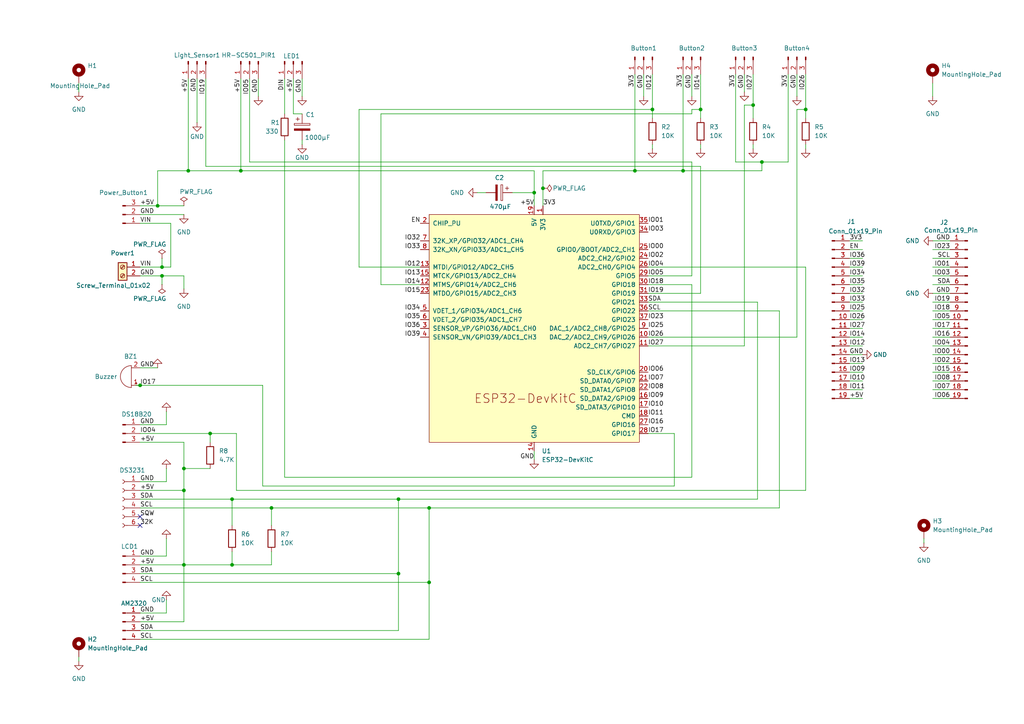
<source format=kicad_sch>
(kicad_sch (version 20231120) (generator "eeschema") (generator_version "8.0")
  (paper "A4")
  (title_block (title "PoolClock") (date "2025-01-28") (rev "1.0.0") (comment 1 "Yves Gaignard"))
  (lib_symbols
    (symbol "Connector:Conn_01x03_Pin" (pin_names (offset 1.016) hide)
      (property "Reference" "J" (at 0 5.08 0))
      (property "Value" "Conn_01x03_Pin" (at 0 -5.08 0))
      (symbol "Conn_01x03_Pin_1_1"
        (polyline (pts (xy 1.27 -2.54) (xy 0.8636 -2.54)) (stroke (width 0.1524)))
        (polyline (pts (xy 1.27 0) (xy 0.8636 0)) (stroke (width 0.1524)))
        (polyline (pts (xy 1.27 2.54) (xy 0.8636 2.54)) (stroke (width 0.1524)))
        (rectangle (start 0.8636 -2.413) (end 0 -2.667) (stroke (width 0.1524)) (fill (type outline)))
        (rectangle (start 0.8636 0.127) (end 0 -0.127) (stroke (width 0.1524)) (fill (type outline)))
        (rectangle (start 0.8636 2.667) (end 0 2.413) (stroke (width 0.1524)) (fill (type outline)))
        (pin passive line (at 5.08 2.54 180) (length 3.81) (name "Pin_1") (number "1"))
        (pin passive line (at 5.08 0 180) (length 3.81) (name "Pin_2") (number "2"))
        (pin passive line (at 5.08 -2.54 180) (length 3.81) (name "Pin_3") (number "3"))
      )
    )
    (symbol "Connector:Conn_01x04_Pin" (pin_names (offset 1.016) hide)
      (property "Reference" "J" (at 0 5.08 0))
      (property "Value" "Conn_01x04_Pin" (at 0 -7.62 0))
      (symbol "Conn_01x04_Pin_1_1"
        (polyline (pts (xy 1.27 -5.08) (xy 0.8636 -5.08)) (stroke (width 0.1524)))
        (polyline (pts (xy 1.27 -2.54) (xy 0.8636 -2.54)) (stroke (width 0.1524)))
        (polyline (pts (xy 1.27 0) (xy 0.8636 0)) (stroke (width 0.1524)))
        (polyline (pts (xy 1.27 2.54) (xy 0.8636 2.54)) (stroke (width 0.1524)))
        (rectangle (start 0.8636 -4.953) (end 0 -5.207) (stroke (width 0.1524)) (fill (type outline)))
        (rectangle (start 0.8636 -2.413) (end 0 -2.667) (stroke (width 0.1524)) (fill (type outline)))
        (rectangle (start 0.8636 0.127) (end 0 -0.127) (stroke (width 0.1524)) (fill (type outline)))
        (rectangle (start 0.8636 2.667) (end 0 2.413) (stroke (width 0.1524)) (fill (type outline)))
        (pin passive line (at 5.08 2.54 180) (length 3.81) (name "Pin_1") (number "1"))
        (pin passive line (at 5.08 0 180) (length 3.81) (name "Pin_2") (number "2"))
        (pin passive line (at 5.08 -2.54 180) (length 3.81) (name "Pin_3") (number "3"))
        (pin passive line (at 5.08 -5.08 180) (length 3.81) (name "Pin_4") (number "4"))
      )
    )
    (symbol "Connector:Conn_01x06_Socket" (pin_names (offset 1.016) hide)
      (property "Reference" "J" (at 0 7.62 0))
      (property "Value" "Conn_01x06_Socket" (at 0 -10.16 0))
      (symbol "Conn_01x06_Socket_1_1"
        (arc (start 0 -7.112) (mid -0.5058 -7.62) (end 0 -8.128) (stroke (width 0.1524)))
        (arc (start 0 -4.572) (mid -0.5058 -5.08) (end 0 -5.588) (stroke (width 0.1524)))
        (arc (start 0 -2.032) (mid -0.5058 -2.54) (end 0 -3.048) (stroke (width 0.1524)))
        (polyline (pts (xy -1.27 -7.62) (xy -0.508 -7.62)) (stroke (width 0.1524)))
        (polyline (pts (xy -1.27 -5.08) (xy -0.508 -5.08)) (stroke (width 0.1524)))
        (polyline (pts (xy -1.27 -2.54) (xy -0.508 -2.54)) (stroke (width 0.1524)))
        (polyline (pts (xy -1.27 0) (xy -0.508 0)) (stroke (width 0.1524)))
        (polyline (pts (xy -1.27 2.54) (xy -0.508 2.54)) (stroke (width 0.1524)))
        (polyline (pts (xy -1.27 5.08) (xy -0.508 5.08)) (stroke (width 0.1524)))
        (arc (start 0 0.508) (mid -0.5058 0) (end 0 -0.508) (stroke (width 0.1524)))
        (arc (start 0 3.048) (mid -0.5058 2.54) (end 0 2.032) (stroke (width 0.1524)))
        (arc (start 0 5.588) (mid -0.5058 5.08) (end 0 4.572) (stroke (width 0.1524)))
        (pin passive line (at -5.08 5.08 0) (length 3.81) (name "Pin_1") (number "1"))
        (pin passive line (at -5.08 2.54 0) (length 3.81) (name "Pin_2") (number "2"))
        (pin passive line (at -5.08 0 0) (length 3.81) (name "Pin_3") (number "3"))
        (pin passive line (at -5.08 -2.54 0) (length 3.81) (name "Pin_4") (number "4"))
        (pin passive line (at -5.08 -5.08 0) (length 3.81) (name "Pin_5") (number "5"))
        (pin passive line (at -5.08 -7.62 0) (length 3.81) (name "Pin_6") (number "6"))
      )
    )
    (symbol "Connector:Conn_01x19_Pin" (pin_names (offset 1.016) hide)
      (property "Reference" "J" (at 0 25.4 0))
      (property "Value" "Conn_01x19_Pin" (at 0 -25.4 0))
      (symbol "Conn_01x19_Pin_1_1"
        (polyline (pts (xy 1.27 -22.86) (xy 0.8636 -22.86)) (stroke (width 0.1524)))
        (polyline (pts (xy 1.27 -20.32) (xy 0.8636 -20.32)) (stroke (width 0.1524)))
        (polyline (pts (xy 1.27 -17.78) (xy 0.8636 -17.78)) (stroke (width 0.1524)))
        (polyline (pts (xy 1.27 -15.24) (xy 0.8636 -15.24)) (stroke (width 0.1524)))
        (polyline (pts (xy 1.27 -12.7) (xy 0.8636 -12.7)) (stroke (width 0.1524)))
        (polyline (pts (xy 1.27 -10.16) (xy 0.8636 -10.16)) (stroke (width 0.1524)))
        (polyline (pts (xy 1.27 -7.62) (xy 0.8636 -7.62)) (stroke (width 0.1524)))
        (polyline (pts (xy 1.27 -5.08) (xy 0.8636 -5.08)) (stroke (width 0.1524)))
        (polyline (pts (xy 1.27 -2.54) (xy 0.8636 -2.54)) (stroke (width 0.1524)))
        (polyline (pts (xy 1.27 0) (xy 0.8636 0)) (stroke (width 0.1524)))
        (polyline (pts (xy 1.27 2.54) (xy 0.8636 2.54)) (stroke (width 0.1524)))
        (polyline (pts (xy 1.27 5.08) (xy 0.8636 5.08)) (stroke (width 0.1524)))
        (polyline (pts (xy 1.27 7.62) (xy 0.8636 7.62)) (stroke (width 0.1524)))
        (polyline (pts (xy 1.27 10.16) (xy 0.8636 10.16)) (stroke (width 0.1524)))
        (polyline (pts (xy 1.27 12.7) (xy 0.8636 12.7)) (stroke (width 0.1524)))
        (polyline (pts (xy 1.27 15.24) (xy 0.8636 15.24)) (stroke (width 0.1524)))
        (polyline (pts (xy 1.27 17.78) (xy 0.8636 17.78)) (stroke (width 0.1524)))
        (polyline (pts (xy 1.27 20.32) (xy 0.8636 20.32)) (stroke (width 0.1524)))
        (polyline (pts (xy 1.27 22.86) (xy 0.8636 22.86)) (stroke (width 0.1524)))
        (rectangle (start 0.8636 -22.733) (end 0 -22.987) (stroke (width 0.1524)) (fill (type outline)))
        (rectangle (start 0.8636 -20.193) (end 0 -20.447) (stroke (width 0.1524)) (fill (type outline)))
        (rectangle (start 0.8636 -17.653) (end 0 -17.907) (stroke (width 0.1524)) (fill (type outline)))
        (rectangle (start 0.8636 -15.113) (end 0 -15.367) (stroke (width 0.1524)) (fill (type outline)))
        (rectangle (start 0.8636 -12.573) (end 0 -12.827) (stroke (width 0.1524)) (fill (type outline)))
        (rectangle (start 0.8636 -10.033) (end 0 -10.287) (stroke (width 0.1524)) (fill (type outline)))
        (rectangle (start 0.8636 -7.493) (end 0 -7.747) (stroke (width 0.1524)) (fill (type outline)))
        (rectangle (start 0.8636 -4.953) (end 0 -5.207) (stroke (width 0.1524)) (fill (type outline)))
        (rectangle (start 0.8636 -2.413) (end 0 -2.667) (stroke (width 0.1524)) (fill (type outline)))
        (rectangle (start 0.8636 0.127) (end 0 -0.127) (stroke (width 0.1524)) (fill (type outline)))
        (rectangle (start 0.8636 2.667) (end 0 2.413) (stroke (width 0.1524)) (fill (type outline)))
        (rectangle (start 0.8636 5.207) (end 0 4.953) (stroke (width 0.1524)) (fill (type outline)))
        (rectangle (start 0.8636 7.747) (end 0 7.493) (stroke (width 0.1524)) (fill (type outline)))
        (rectangle (start 0.8636 10.287) (end 0 10.033) (stroke (width 0.1524)) (fill (type outline)))
        (rectangle (start 0.8636 12.827) (end 0 12.573) (stroke (width 0.1524)) (fill (type outline)))
        (rectangle (start 0.8636 15.367) (end 0 15.113) (stroke (width 0.1524)) (fill (type outline)))
        (rectangle (start 0.8636 17.907) (end 0 17.653) (stroke (width 0.1524)) (fill (type outline)))
        (rectangle (start 0.8636 20.447) (end 0 20.193) (stroke (width 0.1524)) (fill (type outline)))
        (rectangle (start 0.8636 22.987) (end 0 22.733) (stroke (width 0.1524)) (fill (type outline)))
        (pin passive line (at 5.08 22.86 180) (length 3.81) (name "Pin_1") (number "1"))
        (pin passive line (at 5.08 0 180) (length 3.81) (name "Pin_10") (number "10"))
        (pin passive line (at 5.08 -2.54 180) (length 3.81) (name "Pin_11") (number "11"))
        (pin passive line (at 5.08 -5.08 180) (length 3.81) (name "Pin_12") (number "12"))
        (pin passive line (at 5.08 -7.62 180) (length 3.81) (name "Pin_13") (number "13"))
        (pin passive line (at 5.08 -10.16 180) (length 3.81) (name "Pin_14") (number "14"))
        (pin passive line (at 5.08 -12.7 180) (length 3.81) (name "Pin_15") (number "15"))
        (pin passive line (at 5.08 -15.24 180) (length 3.81) (name "Pin_16") (number "16"))
        (pin passive line (at 5.08 -17.78 180) (length 3.81) (name "Pin_17") (number "17"))
        (pin passive line (at 5.08 -20.32 180) (length 3.81) (name "Pin_18") (number "18"))
        (pin passive line (at 5.08 -22.86 180) (length 3.81) (name "Pin_19") (number "19"))
        (pin passive line (at 5.08 20.32 180) (length 3.81) (name "Pin_2") (number "2"))
        (pin passive line (at 5.08 17.78 180) (length 3.81) (name "Pin_3") (number "3"))
        (pin passive line (at 5.08 15.24 180) (length 3.81) (name "Pin_4") (number "4"))
        (pin passive line (at 5.08 12.7 180) (length 3.81) (name "Pin_5") (number "5"))
        (pin passive line (at 5.08 10.16 180) (length 3.81) (name "Pin_6") (number "6"))
        (pin passive line (at 5.08 7.62 180) (length 3.81) (name "Pin_7") (number "7"))
        (pin passive line (at 5.08 5.08 180) (length 3.81) (name "Pin_8") (number "8"))
        (pin passive line (at 5.08 2.54 180) (length 3.81) (name "Pin_9") (number "9"))
      )
    )
    (symbol "Connector:Screw_Terminal_01x02" (pin_names (offset 1.016) hide)
      (property "Reference" "J" (at 0 2.54 0))
      (property "Value" "Screw_Terminal_01x02" (at 0 -5.08 0))
      (symbol "Screw_Terminal_01x02_1_1"
        (rectangle (start -1.27 1.27) (end 1.27 -3.81) (stroke (width 0.254)) (fill (type background)))
        (circle (center 0 -2.54) (radius 0.635) (stroke (width 0.1524)))
        (polyline (pts (xy -0.5334 -2.2098) (xy 0.3302 -3.048)) (stroke (width 0.1524)))
        (polyline (pts (xy -0.5334 0.3302) (xy 0.3302 -0.508)) (stroke (width 0.1524)))
        (polyline (pts (xy -0.3556 -2.032) (xy 0.508 -2.8702)) (stroke (width 0.1524)))
        (polyline (pts (xy -0.3556 0.508) (xy 0.508 -0.3302)) (stroke (width 0.1524)))
        (circle (center 0 0) (radius 0.635) (stroke (width 0.1524)))
        (pin passive line (at -5.08 0 0) (length 3.81) (name "Pin_1") (number "1"))
        (pin passive line (at -5.08 -2.54 0) (length 3.81) (name "Pin_2") (number "2"))
      )
    )
    (symbol "Device:Buzzer" (pin_names (offset 0.0254) hide)
      (property "Reference" "BZ" (at 3.81 1.27 0))
      (property "Value" "Buzzer" (at 3.81 -1.27 0))
      (symbol "Buzzer_0_1"
        (arc (start 0 -3.175) (mid 3.1612 0) (end 0 3.175))
        (polyline (pts (xy -1.651 1.905) (xy -1.143 1.905)))
        (polyline (pts (xy -1.397 2.159) (xy -1.397 1.651)))
        (polyline (pts (xy 0 3.175) (xy 0 -3.175)))
      )
      (symbol "Buzzer_1_1"
        (pin passive line (at -2.54 2.54 0) (length 2.54) (name "+") (number "1"))
        (pin passive line (at -2.54 -2.54 0) (length 2.54) (name "-") (number "2"))
      )
    )
    (symbol "Device:C_Polarized" (pin_numbers hide) (pin_names (offset 0.254))
      (property "Reference" "C" (at 0.635 2.54 0))
      (property "Value" "C_Polarized" (at 0.635 -2.54 0))
      (symbol "C_Polarized_0_1"
        (rectangle (start -2.286 0.508) (end 2.286 1.016))
        (polyline (pts (xy -1.778 2.286) (xy -0.762 2.286)))
        (polyline (pts (xy -1.27 2.794) (xy -1.27 1.778)))
        (rectangle (start 2.286 -0.508) (end -2.286 -1.016) (fill (type outline)))
      )
      (symbol "C_Polarized_1_1"
        (pin passive line (at 0 3.81 270) (length 2.794) (name "~") (number "1"))
        (pin passive line (at 0 -3.81 90) (length 2.794) (name "~") (number "2"))
      )
    )
    (symbol "Device:R" (pin_numbers hide) (pin_names (offset 0))
      (property "Reference" "R" (at 2.032 0 90))
      (property "Value" "R" (at 0 0 90))
      (symbol "R_0_1"
        (rectangle (start -1.016 -2.54) (end 1.016 2.54) (stroke (width 0.254)))
      )
      (symbol "R_1_1"
        (pin passive line (at 0 3.81 270) (length 1.27) (name "~") (number "1"))
        (pin passive line (at 0 -3.81 90) (length 1.27) (name "~") (number "2"))
      )
    )
    (symbol "Mechanical:MountingHole_Pad" (pin_numbers hide) (pin_names (offset 1.016) hide) (exclude_from_sim yes) (in_bom no)
      (property "Reference" "H" (at 0 6.35 0))
      (property "Value" "MountingHole_Pad" (at 0 4.445 0))
      (symbol "MountingHole_Pad_0_1"
        (circle (center 0 1.27) (radius 1.27) (stroke (width 1.27)))
      )
      (symbol "MountingHole_Pad_1_1"
        (pin input line (at 0 -2.54 90) (length 2.54) (name "1") (number "1"))
      )
    )
    (symbol "PCM_Espressif:ESP32-DevKitC" (pin_names (offset 1.016))
      (property "Reference" "U" (at -30.48 38.1 0))
      (property "Value" "ESP32-DevKitC" (at -30.48 35.56 0))
      (symbol "ESP32-DevKitC_0_0"
        (text "ESP32-DevKitC" (at -2.54 -20.32 0) (effects (font (size 2.54 2.54))))
        (pin power_in line (at 0 -35.56 90) (length 2.54) (name "GND") (number "14"))
        (pin power_in line (at 0 35.56 270) (length 2.54) (name "5V") (number "19"))
      )
      (symbol "ESP32-DevKitC_0_1"
        (rectangle (start -30.48 33.02) (end 30.48 -33.02) (fill (type background)))
      )
      (symbol "ESP32-DevKitC_1_1"
        (pin power_in line (at 2.54 35.56 270) (length 2.54) (name "3V3") (number "1"))
        (pin bidirectional line (at 33.02 -2.54 180) (length 2.54) (name "DAC_2/ADC2_CH9/GPIO26") (number "10"))
        (pin bidirectional line (at 33.02 -5.08 180) (length 2.54) (name "ADC2_CH7/GPIO27") (number "11"))
        (pin bidirectional line (at -33.02 12.7 0) (length 2.54) (name "MTMS/GPIO14/ADC2_CH6") (number "12"))
        (pin bidirectional line (at -33.02 17.78 0) (length 2.54) (name "MTDI/GPIO12/ADC2_CH5") (number "13"))
        (pin bidirectional line (at -33.02 15.24 0) (length 2.54) (name "MTCK/GPIO13/ADC2_CH4") (number "15"))
        (pin bidirectional line (at 33.02 -20.32 180) (length 2.54) (name "SD_DATA2/GPIO9") (number "16"))
        (pin bidirectional line (at 33.02 -22.86 180) (length 2.54) (name "SD_DATA3/GPIO10") (number "17"))
        (pin bidirectional line (at 33.02 -25.4 180) (length 2.54) (name "CMD") (number "18"))
        (pin input line (at -33.02 30.48 0) (length 2.54) (name "CHIP_PU") (number "2"))
        (pin bidirectional line (at 33.02 -12.7 180) (length 2.54) (name "SD_CLK/GPIO6") (number "20"))
        (pin bidirectional line (at 33.02 -15.24 180) (length 2.54) (name "SD_DATA0/GPIO7") (number "21"))
        (pin bidirectional line (at 33.02 -17.78 180) (length 2.54) (name "SD_DATA1/GPIO8") (number "22"))
        (pin bidirectional line (at -33.02 10.16 0) (length 2.54) (name "MTDO/GPIO15/ADC2_CH3") (number "23"))
        (pin bidirectional line (at 33.02 20.32 180) (length 2.54) (name "ADC2_CH2/GPIO2") (number "24"))
        (pin bidirectional line (at 33.02 22.86 180) (length 2.54) (name "GPIO0/BOOT/ADC2_CH1") (number "25"))
        (pin bidirectional line (at 33.02 17.78 180) (length 2.54) (name "ADC2_CH0/GPIO4") (number "26"))
        (pin bidirectional line (at 33.02 -27.94 180) (length 2.54) (name "GPIO16") (number "27"))
        (pin bidirectional line (at 33.02 -30.48 180) (length 2.54) (name "GPIO17") (number "28"))
        (pin bidirectional line (at 33.02 15.24 180) (length 2.54) (name "GPIO5") (number "29"))
        (pin input line (at -33.02 0 0) (length 2.54) (name "SENSOR_VP/GPIO36/ADC1_CH0") (number "3"))
        (pin bidirectional line (at 33.02 12.7 180) (length 2.54) (name "GPIO18") (number "30"))
        (pin bidirectional line (at 33.02 10.16 180) (length 2.54) (name "GPIO19") (number "31"))
        (pin passive line (at 0 -35.56 90) (length 2.54) hide (name "GND") (number "32"))
        (pin bidirectional line (at 33.02 7.62 180) (length 2.54) (name "GPIO21") (number "33"))
        (pin bidirectional line (at 33.02 27.94 180) (length 2.54) (name "U0RXD/GPIO3") (number "34"))
        (pin bidirectional line (at 33.02 30.48 180) (length 2.54) (name "U0TXD/GPIO1") (number "35"))
        (pin bidirectional line (at 33.02 5.08 180) (length 2.54) (name "GPIO22") (number "36"))
        (pin bidirectional line (at 33.02 2.54 180) (length 2.54) (name "GPIO23") (number "37"))
        (pin passive line (at 0 -35.56 90) (length 2.54) hide (name "GND") (number "38"))
        (pin input line (at -33.02 -2.54 0) (length 2.54) (name "SENSOR_VN/GPIO39/ADC1_CH3") (number "4"))
        (pin input line (at -33.02 5.08 0) (length 2.54) (name "VDET_1/GPIO34/ADC1_CH6") (number "5"))
        (pin input line (at -33.02 2.54 0) (length 2.54) (name "VDET_2/GPIO35/ADC1_CH7") (number "6"))
        (pin bidirectional line (at -33.02 25.4 0) (length 2.54) (name "32K_XP/GPIO32/ADC1_CH4") (number "7"))
        (pin bidirectional line (at -33.02 22.86 0) (length 2.54) (name "32K_XN/GPIO33/ADC1_CH5") (number "8"))
        (pin bidirectional line (at 33.02 0 180) (length 2.54) (name "DAC_1/ADC2_CH8/GPIO25") (number "9"))
      )
    )
    (symbol "power:GND" (power) (pin_numbers hide) (pin_names (offset 0) hide)
      (property "Value" "GND" (at 0 -3.81 0))
      (symbol "GND_0_1"
        (polyline (pts (xy 0 0) (xy 0 -1.27) (xy 1.27 -1.27) (xy 0 -2.54) (xy -1.27 -1.27) (xy 0 -1.27)))
      )
      (symbol "GND_1_1"
        (pin power_in line (at 0 0 270) (length 0) (name "~") (number "1"))
      )
    )
    (symbol "power:PWR_FLAG" (power) (pin_numbers hide) (pin_names (offset 0) hide)
      (property "Value" "PWR_FLAG" (at 0 3.81 0))
      (symbol "PWR_FLAG_0_0"
        (pin power_out line (at 0 0 90) (length 0) (name "~") (number "1"))
      )
      (symbol "PWR_FLAG_0_1"
        (polyline (pts (xy 0 0) (xy 0 1.27) (xy -1.016 1.905) (xy 0 2.54) (xy 1.016 1.905) (xy 0 1.27)))
      )
    )
  )
  (junction (at 60.96 125.73))
  (junction (at 115.57 144.78))
  (junction (at 157.48 54.61))
  (junction (at 69.85 49.53))
  (junction (at 45.72 59.69))
  (junction (at 78.74 147.32))
  (junction (at 220.98 46.99))
  (junction (at 198.12 49.53))
  (junction (at 124.46 147.32))
  (junction (at 40.64 111.76))
  (junction (at 218.44 30.48))
  (junction (at 67.31 144.78))
  (junction (at 53.34 142.24))
  (junction (at 184.15 49.53))
  (junction (at 46.99 80.01))
  (junction (at 115.57 166.37))
  (junction (at 203.2 31.75))
  (junction (at 46.99 77.47))
  (junction (at 53.34 135.89))
  (junction (at 67.31 163.83))
  (junction (at 189.23 31.75))
  (junction (at 233.68 31.75))
  (junction (at 124.46 168.91))
  (junction (at 54.61 49.53))
  (junction (at 53.34 163.83))
  (junction (at 154.94 55.88))
  (no_connect (at 40.64 152.4))
  (no_connect (at 40.64 149.86))
  (wire (pts (xy 213.36 21.59) (xy 213.36 46.99)))
  (wire (pts (xy 78.74 147.32) (xy 78.74 152.4)))
  (wire (pts (xy 215.9 30.48) (xy 215.9 100.33)))
  (wire (pts (xy 270.51 100.33) (xy 275.59 100.33)))
  (wire (pts (xy 195.58 140.97) (xy 76.2 140.97)))
  (wire (pts (xy 60.96 128.27) (xy 60.96 125.73)))
  (wire (pts (xy 67.31 163.83) (xy 78.74 163.83)))
  (wire (pts (xy 184.15 21.59) (xy 184.15 49.53)))
  (wire (pts (xy 40.64 80.01) (xy 46.99 80.01)))
  (wire (pts (xy 48.26 156.21) (xy 48.26 161.29)))
  (wire (pts (xy 124.46 147.32) (xy 124.46 168.91)))
  (wire (pts (xy 115.57 144.78) (xy 219.71 144.78)))
  (wire (pts (xy 270.51 110.49) (xy 275.59 110.49)))
  (wire (pts (xy 246.38 102.87) (xy 250.19 102.87)))
  (wire (pts (xy 40.64 111.76) (xy 76.2 111.76)))
  (wire (pts (xy 53.34 135.89) (xy 60.96 135.89)))
  (wire (pts (xy 189.23 34.29) (xy 189.23 31.75)))
  (wire (pts (xy 48.26 173.99) (xy 48.26 177.8)))
  (wire (pts (xy 270.51 69.85) (xy 275.59 69.85)))
  (wire (pts (xy 45.72 49.53) (xy 54.61 49.53)))
  (wire (pts (xy 72.39 22.86) (xy 72.39 46.99)))
  (wire (pts (xy 215.9 30.48) (xy 218.44 30.48)))
  (wire (pts (xy 87.63 41.91) (xy 87.63 40.64)))
  (wire (pts (xy 67.31 163.83) (xy 67.31 160.02)))
  (wire (pts (xy 67.31 144.78) (xy 67.31 152.4)))
  (wire (pts (xy 60.96 125.73) (xy 68.58 125.73)))
  (wire (pts (xy 246.38 90.17) (xy 250.19 90.17)))
  (wire (pts (xy 187.96 77.47) (xy 233.68 77.47)))
  (wire (pts (xy 270.51 90.17) (xy 275.59 90.17)))
  (wire (pts (xy 246.38 82.55) (xy 250.19 82.55)))
  (wire (pts (xy 200.66 46.99) (xy 200.66 80.01)))
  (wire (pts (xy 231.14 31.75) (xy 231.14 97.79)))
  (wire (pts (xy 85.09 22.86) (xy 85.09 33.02)))
  (wire (pts (xy 154.94 49.53) (xy 154.94 55.88)))
  (wire (pts (xy 270.51 107.95) (xy 275.59 107.95)))
  (wire (pts (xy 138.43 55.88) (xy 140.97 55.88)))
  (wire (pts (xy 246.38 95.25) (xy 250.19 95.25)))
  (wire (pts (xy 267.97 156.21) (xy 267.97 157.48)))
  (wire (pts (xy 203.2 21.59) (xy 203.2 31.75)))
  (wire (pts (xy 200.66 138.43) (xy 82.55 138.43)))
  (wire (pts (xy 87.63 22.86) (xy 87.63 27.94)))
  (wire (pts (xy 246.38 74.93) (xy 250.19 74.93)))
  (wire (pts (xy 49.53 64.77) (xy 40.64 64.77)))
  (wire (pts (xy 69.85 22.86) (xy 69.85 49.53)))
  (wire (pts (xy 72.39 46.99) (xy 200.66 46.99)))
  (wire (pts (xy 246.38 107.95) (xy 250.19 107.95)))
  (wire (pts (xy 124.46 168.91) (xy 124.46 185.42)))
  (wire (pts (xy 74.93 27.94) (xy 74.93 22.86)))
  (wire (pts (xy 49.53 64.77) (xy 49.53 77.47)))
  (wire (pts (xy 233.68 77.47) (xy 233.68 142.24)))
  (wire (pts (xy 189.23 21.59) (xy 189.23 31.75)))
  (wire (pts (xy 246.38 80.01) (xy 250.19 80.01)))
  (wire (pts (xy 85.09 33.02) (xy 87.63 33.02)))
  (wire (pts (xy 246.38 110.49) (xy 250.19 110.49)))
  (wire (pts (xy 46.99 80.01) (xy 53.34 80.01)))
  (wire (pts (xy 187.96 97.79) (xy 231.14 97.79)))
  (wire (pts (xy 200.66 82.55) (xy 200.66 138.43)))
  (wire (pts (xy 233.68 31.75) (xy 233.68 34.29)))
  (wire (pts (xy 48.26 135.89) (xy 48.26 139.7)))
  (wire (pts (xy 49.53 77.47) (xy 46.99 77.47)))
  (wire (pts (xy 40.64 166.37) (xy 115.57 166.37)))
  (wire (pts (xy 231.14 21.59) (xy 231.14 27.94)))
  (wire (pts (xy 218.44 30.48) (xy 218.44 34.29)))
  (wire (pts (xy 200.66 33.02) (xy 110.49 33.02)))
  (wire (pts (xy 40.64 59.69) (xy 45.72 59.69)))
  (wire (pts (xy 270.51 92.71) (xy 275.59 92.71)))
  (wire (pts (xy 246.38 100.33) (xy 250.19 100.33)))
  (wire (pts (xy 270.51 82.55) (xy 275.59 82.55)))
  (wire (pts (xy 203.2 85.09) (xy 187.96 85.09)))
  (wire (pts (xy 246.38 85.09) (xy 250.19 85.09)))
  (wire (pts (xy 40.64 142.24) (xy 53.34 142.24)))
  (wire (pts (xy 154.94 55.88) (xy 154.94 59.69)))
  (wire (pts (xy 157.48 49.53) (xy 184.15 49.53)))
  (wire (pts (xy 68.58 142.24) (xy 233.68 142.24)))
  (wire (pts (xy 198.12 49.53) (xy 220.98 49.53)))
  (wire (pts (xy 115.57 166.37) (xy 115.57 182.88)))
  (wire (pts (xy 246.38 115.57) (xy 250.19 115.57)))
  (wire (pts (xy 198.12 21.59) (xy 198.12 49.53)))
  (wire (pts (xy 200.66 82.55) (xy 187.96 82.55)))
  (wire (pts (xy 215.9 21.59) (xy 215.9 26.67)))
  (wire (pts (xy 219.71 87.63) (xy 187.96 87.63)))
  (wire (pts (xy 40.64 168.91) (xy 124.46 168.91)))
  (wire (pts (xy 53.34 128.27) (xy 53.34 135.89)))
  (wire (pts (xy 200.66 21.59) (xy 200.66 27.94)))
  (wire (pts (xy 246.38 87.63) (xy 250.19 87.63)))
  (wire (pts (xy 76.2 140.97) (xy 76.2 111.76)))
  (wire (pts (xy 270.51 74.93) (xy 275.59 74.93)))
  (wire (pts (xy 40.64 147.32) (xy 78.74 147.32)))
  (wire (pts (xy 40.64 125.73) (xy 60.96 125.73)))
  (wire (pts (xy 157.48 54.61) (xy 157.48 59.69)))
  (wire (pts (xy 270.51 115.57) (xy 275.59 115.57)))
  (wire (pts (xy 104.14 31.75) (xy 104.14 77.47)))
  (wire (pts (xy 78.74 147.32) (xy 124.46 147.32)))
  (wire (pts (xy 233.68 43.18) (xy 233.68 41.91)))
  (wire (pts (xy 186.69 21.59) (xy 186.69 27.94)))
  (wire (pts (xy 218.44 41.91) (xy 218.44 43.18)))
  (wire (pts (xy 270.51 105.41) (xy 275.59 105.41)))
  (wire (pts (xy 40.64 123.19) (xy 48.26 123.19)))
  (wire (pts (xy 45.72 49.53) (xy 45.72 59.69)))
  (wire (pts (xy 220.98 49.53) (xy 220.98 46.99)))
  (wire (pts (xy 228.6 46.99) (xy 220.98 46.99)))
  (wire (pts (xy 148.59 55.88) (xy 154.94 55.88)))
  (wire (pts (xy 154.94 133.35) (xy 154.94 130.81)))
  (wire (pts (xy 187.96 125.73) (xy 195.58 125.73)))
  (wire (pts (xy 46.99 82.55) (xy 46.99 80.01)))
  (wire (pts (xy 59.69 48.26) (xy 203.2 48.26)))
  (wire (pts (xy 246.38 113.03) (xy 250.19 113.03)))
  (wire (pts (xy 53.34 62.23) (xy 40.64 62.23)))
  (wire (pts (xy 40.64 144.78) (xy 67.31 144.78)))
  (wire (pts (xy 187.96 100.33) (xy 215.9 100.33)))
  (wire (pts (xy 115.57 144.78) (xy 115.57 166.37)))
  (wire (pts (xy 40.64 128.27) (xy 53.34 128.27)))
  (wire (pts (xy 233.68 21.59) (xy 233.68 31.75)))
  (wire (pts (xy 124.46 147.32) (xy 226.06 147.32)))
  (wire (pts (xy 270.51 85.09) (xy 275.59 85.09)))
  (wire (pts (xy 48.26 177.8) (xy 40.64 177.8)))
  (wire (pts (xy 22.86 24.13) (xy 22.86 26.67)))
  (wire (pts (xy 53.34 180.34) (xy 40.64 180.34)))
  (wire (pts (xy 53.34 163.83) (xy 67.31 163.83)))
  (wire (pts (xy 203.2 41.91) (xy 203.2 43.18)))
  (wire (pts (xy 270.51 87.63) (xy 275.59 87.63)))
  (wire (pts (xy 57.15 22.86) (xy 57.15 35.56)))
  (wire (pts (xy 40.64 185.42) (xy 124.46 185.42)))
  (wire (pts (xy 189.23 41.91) (xy 189.23 43.18)))
  (wire (pts (xy 45.72 59.69) (xy 53.34 59.69)))
  (wire (pts (xy 226.06 90.17) (xy 187.96 90.17)))
  (wire (pts (xy 40.64 106.68) (xy 45.72 106.68)))
  (wire (pts (xy 184.15 49.53) (xy 198.12 49.53)))
  (wire (pts (xy 246.38 72.39) (xy 250.19 72.39)))
  (wire (pts (xy 226.06 147.32) (xy 226.06 90.17)))
  (wire (pts (xy 39.37 111.76) (xy 40.64 111.76)))
  (wire (pts (xy 231.14 31.75) (xy 233.68 31.75)))
  (wire (pts (xy 200.66 31.75) (xy 203.2 31.75)))
  (wire (pts (xy 110.49 82.55) (xy 121.92 82.55)))
  (wire (pts (xy 246.38 92.71) (xy 250.19 92.71)))
  (wire (pts (xy 270.51 97.79) (xy 275.59 97.79)))
  (wire (pts (xy 246.38 105.41) (xy 250.19 105.41)))
  (wire (pts (xy 115.57 182.88) (xy 40.64 182.88)))
  (wire (pts (xy 157.48 49.53) (xy 157.48 54.61)))
  (wire (pts (xy 270.51 80.01) (xy 275.59 80.01)))
  (wire (pts (xy 219.71 144.78) (xy 219.71 87.63)))
  (wire (pts (xy 53.34 80.01) (xy 53.34 83.82)))
  (wire (pts (xy 48.26 119.38) (xy 48.26 123.19)))
  (wire (pts (xy 200.66 31.75) (xy 200.66 33.02)))
  (wire (pts (xy 270.51 77.47) (xy 275.59 77.47)))
  (wire (pts (xy 54.61 22.86) (xy 54.61 49.53)))
  (wire (pts (xy 46.99 74.93) (xy 46.99 77.47)))
  (wire (pts (xy 270.51 24.13) (xy 270.51 27.94)))
  (wire (pts (xy 270.51 95.25) (xy 275.59 95.25)))
  (wire (pts (xy 246.38 77.47) (xy 250.19 77.47)))
  (wire (pts (xy 40.64 163.83) (xy 53.34 163.83)))
  (wire (pts (xy 40.64 77.47) (xy 46.99 77.47)))
  (wire (pts (xy 82.55 40.64) (xy 82.55 138.43)))
  (wire (pts (xy 218.44 21.59) (xy 218.44 30.48)))
  (wire (pts (xy 69.85 49.53) (xy 154.94 49.53)))
  (wire (pts (xy 53.34 135.89) (xy 53.34 142.24)))
  (wire (pts (xy 228.6 21.59) (xy 228.6 46.99)))
  (wire (pts (xy 104.14 77.47) (xy 121.92 77.47)))
  (wire (pts (xy 48.26 161.29) (xy 40.64 161.29)))
  (wire (pts (xy 203.2 34.29) (xy 203.2 31.75)))
  (wire (pts (xy 270.51 113.03) (xy 275.59 113.03)))
  (wire (pts (xy 82.55 22.86) (xy 82.55 33.02)))
  (wire (pts (xy 53.34 163.83) (xy 53.34 180.34)))
  (wire (pts (xy 195.58 125.73) (xy 195.58 140.97)))
  (wire (pts (xy 40.64 139.7) (xy 48.26 139.7)))
  (wire (pts (xy 59.69 22.86) (xy 59.69 48.26)))
  (wire (pts (xy 270.51 72.39) (xy 275.59 72.39)))
  (wire (pts (xy 246.38 69.85) (xy 250.19 69.85)))
  (wire (pts (xy 270.51 102.87) (xy 275.59 102.87)))
  (wire (pts (xy 67.31 144.78) (xy 115.57 144.78)))
  (wire (pts (xy 203.2 48.26) (xy 203.2 85.09)))
  (wire (pts (xy 22.86 190.5) (xy 22.86 191.77)))
  (wire (pts (xy 54.61 49.53) (xy 69.85 49.53)))
  (wire (pts (xy 68.58 125.73) (xy 68.58 142.24)))
  (wire (pts (xy 78.74 160.02) (xy 78.74 163.83)))
  (wire (pts (xy 110.49 33.02) (xy 110.49 82.55)))
  (wire (pts (xy 246.38 97.79) (xy 250.19 97.79)))
  (wire (pts (xy 187.96 80.01) (xy 200.66 80.01)))
  (wire (pts (xy 213.36 46.99) (xy 220.98 46.99)))
  (wire (pts (xy 104.14 31.75) (xy 189.23 31.75)))
  (wire (pts (xy 53.34 142.24) (xy 53.34 163.83)))
  (label "IO02" (at 187.96 74.93 0))
  (label "+5V" (at 40.64 59.69 0))
  (label "IO11" (at 187.96 120.65 0))
  (label "GND" (at 40.64 161.29 0))
  (label "IO32" (at 121.92 69.85 180))
  (label "IO34" (at 246.38 80.01 0))
  (label "IO19" (at 59.69 22.86 270))
  (label "VIN" (at 40.64 64.77 0))
  (label "EN" (at 246.38 72.39 0))
  (label "IO34" (at 121.92 90.17 180))
  (label "IO17" (at 40.64 111.76 0))
  (label "3V3" (at 157.48 59.69 0))
  (label "IO27" (at 246.38 95.25 0))
  (label "IO09" (at 187.96 115.57 0))
  (label "GND" (at 275.59 69.85 180))
  (label "IO12" (at 189.23 21.59 270))
  (label "IO19" (at 275.59 87.63 180))
  (label "GND" (at 275.59 85.09 180))
  (label "VIN" (at 40.64 77.47 0))
  (label "+5V" (at 154.94 59.69 180))
  (label "IO32" (at 246.38 85.09 0))
  (label "IO12" (at 246.38 100.33 0))
  (label "IO05" (at 187.96 80.01 0))
  (label "SDA" (at 187.96 87.63 0))
  (label "IO04" (at 275.59 100.33 180))
  (label "IO36" (at 121.92 95.25 180))
  (label "EN" (at 121.92 64.77 180))
  (label "IO10" (at 246.38 110.49 0))
  (label "SDA" (at 40.64 144.78 0))
  (label "IO05" (at 72.39 22.86 270))
  (label "IO19" (at 187.96 85.09 0))
  (label "IO09" (at 246.38 107.95 0))
  (label "GND" (at 40.64 177.8 0))
  (label "GND" (at 231.14 21.59 270))
  (label "IO23" (at 275.59 72.39 180))
  (label "+5V" (at 40.64 142.24 0))
  (label "IO15" (at 275.59 107.95 180))
  (label "IO03" (at 187.96 67.31 0))
  (label "IO39" (at 121.92 97.79 180))
  (label "IO35" (at 121.92 92.71 180))
  (label "IO33" (at 246.38 87.63 0))
  (label "IO03" (at 275.59 80.01 180))
  (label "IO26" (at 233.68 21.59 270))
  (label "GND" (at 215.9 21.59 270))
  (label "GND" (at 200.66 21.59 270))
  (label "IO02" (at 275.59 105.41 180))
  (label "3V3" (at 184.15 21.59 270))
  (label "GND" (at 87.63 22.86 270))
  (label "3V3" (at 213.36 21.59 270))
  (label "IO25" (at 246.38 90.17 0))
  (label "32K" (at 40.64 152.4 0))
  (label "GND" (at 40.64 123.19 0))
  (label "SCL" (at 40.64 185.42 0))
  (label "GND" (at 154.94 133.35 180))
  (label "IO13" (at 246.38 105.41 0))
  (label "SCL" (at 40.64 168.91 0))
  (label "DIN" (at 82.55 22.86 270))
  (label "IO10" (at 187.96 118.11 0))
  (label "SCL" (at 275.59 74.93 180))
  (label "3V3" (at 198.12 21.59 270))
  (label "SDA" (at 40.64 182.88 0))
  (label "3V3" (at 246.38 69.85 0))
  (label "IO05" (at 275.59 92.71 180))
  (label "GND" (at 40.64 62.23 0))
  (label "SQW" (at 40.64 149.86 0))
  (label "IO27" (at 187.96 100.33 0))
  (label "GND" (at 74.93 22.86 270))
  (label "+5V" (at 54.61 22.86 270))
  (label "GND" (at 57.15 26.67 90))
  (label "IO00" (at 275.59 102.87 180))
  (label "IO11" (at 246.38 113.03 0))
  (label "IO12" (at 121.92 77.47 180))
  (label "IO13" (at 121.92 80.01 180))
  (label "IO26" (at 187.96 97.79 0))
  (label "GND" (at 186.69 21.59 270))
  (label "IO06" (at 187.96 107.95 0))
  (label "IO00" (at 187.96 72.39 0))
  (label "IO25" (at 187.96 95.25 0))
  (label "IO18" (at 187.96 82.55 0))
  (label "IO14" (at 246.38 97.79 0))
  (label "IO36" (at 246.38 74.93 0))
  (label "IO08" (at 187.96 113.03 0))
  (label "IO16" (at 187.96 123.19 0))
  (label "IO39" (at 246.38 77.47 0))
  (label "3V3" (at 228.6 21.59 270))
  (label "IO35" (at 246.38 82.55 0))
  (label "GND" (at 40.64 106.68 0))
  (label "IO23" (at 187.96 92.71 0))
  (label "GND" (at 40.64 80.01 0))
  (label "IO15" (at 121.92 85.09 180))
  (label "IO18" (at 275.59 90.17 180))
  (label "IO14" (at 203.2 21.59 270))
  (label "IO08" (at 275.59 110.49 180))
  (label "IO33" (at 121.92 72.39 180))
  (label "SCL" (at 40.64 147.32 0))
  (label "+5V" (at 246.38 115.57 0))
  (label "GND" (at 40.64 139.7 0))
  (label "+5V" (at 40.64 128.27 0))
  (label "IO17" (at 187.96 125.73 0))
  (label "+5V" (at 40.64 163.83 0))
  (label "SDA" (at 40.64 166.37 0))
  (label "IO16" (at 275.59 97.79 180))
  (label "+5V" (at 69.85 22.86 270))
  (label "IO27" (at 218.44 21.59 270))
  (label "IO06" (at 275.59 115.57 180))
  (label "SCL" (at 187.96 90.17 0))
  (label "IO26" (at 246.38 92.71 0))
  (label "IO04" (at 40.64 125.73 0))
  (label "IO01" (at 275.59 77.47 180))
  (label "SDA" (at 275.59 82.55 180))
  (label "IO07" (at 275.59 113.03 180))
  (label "+5V" (at 40.64 180.34 0))
  (label "+5V" (at 85.09 22.86 270))
  (label "IO07" (at 187.96 110.49 0))
  (label "IO04" (at 187.96 77.47 0))
  (label "GND" (at 246.38 102.87 0))
  (label "IO01" (at 187.96 64.77 0))
  (label "IO17" (at 275.59 95.25 180))
  (label "IO14" (at 121.92 82.55 180))
  (symbol (lib_id "Device:R") (at 67.31 156.21 0) (unit 1)
    (property "Reference" "R6" (at 69.85 154.9399 0) (effects (justify left)))
    (property "Value" "10K" (at 69.85 157.4799 0) (effects (justify left)))
    (property "Footprint" "Resistor_THT:R_Axial_DIN0207_L6.3mm_D2.5mm_P7.62mm_Horizontal" (effects (hide yes)))
    (property "Description" "Resistor" (effects (hide yes)))
  )
  (symbol (lib_id "Device:R") (at 78.74 156.21 0) (unit 1)
    (property "Reference" "R7" (at 81.28 154.9399 0) (effects (justify left)))
    (property "Value" "10K" (at 81.28 157.4799 0) (effects (justify left)))
    (property "Footprint" "Resistor_THT:R_Axial_DIN0207_L6.3mm_D2.5mm_P7.62mm_Horizontal" (effects (hide yes)))
    (property "Description" "Resistor" (effects (hide yes)))
  )
  (symbol (lib_id "power:GND") (at 22.86 26.67 0) (unit 1)
    (property "Reference" "#PWR023" (effects (hide yes)))
    (property "Value" "GND" (at 22.86 31.75 0))
    (property "Description" "Power symbol creates a global label with name \"GND\" , ground" (effects (hide yes)))
  )
  (symbol (lib_id "Connector:Conn_01x03_Pin") (at 85.09 17.78 90) (mirror x) (unit 1)
    (property "Reference" "LED1" (at 84.582 16.256 90))
    (property "Value" "Conn_01x03_Pin" (effects (hide yes)))
    (property "Footprint" "Connector_JST:JST_EH_B3B-EH-A_1x03_P2.50mm_Vertical" (effects (hide yes)))
    (property "Description" "Generic connector, single row, 01x03, script generated" (effects (hide yes)))
  )
  (symbol (lib_id "PCM_Espressif:ESP32-DevKitC") (at 154.94 95.25 0) (unit 1)
    (property "Reference" "U1" (at 157.1341 130.81 0) (effects (justify left)))
    (property "Value" "ESP32-DevKitC" (at 157.1341 133.35 0) (effects (justify left)))
    (property "Footprint" "PCM_Espressif:ESP32-DevKitC" (effects (hide yes)))
    (property "Datasheet" "https://docs.espressif.com/projects/esp-idf/zh_CN/latest/esp32/hw-reference/esp32/get-started-devkitc.html" (effects (hide yes)))
    (property "Description" "Development Kit" (effects (hide yes)))
  )
  (symbol (lib_id "Connector:Conn_01x03_Pin") (at 72.39 17.78 90) (mirror x) (unit 1)
    (property "Reference" "HR-SC501_PIR1" (at 72.136 16.002 90))
    (property "Value" "Conn_01x03_Pin" (effects (hide yes)))
    (property "Footprint" "Connector_JST:JST_EH_B3B-EH-A_1x03_P2.50mm_Vertical" (effects (hide yes)))
    (property "Description" "Generic connector, single row, 01x03, script generated" (effects (hide yes)))
  )
  (symbol (lib_id "power:GND") (at 48.26 156.21 0) (mirror x) (unit 1)
    (property "Reference" "#PWR011" (effects (hide yes)))
    (property "Value" "GND" (effects (hide yes)))
    (property "Description" "Power symbol creates a global label with name \"GND\" , ground" (effects (hide yes)))
  )
  (symbol (lib_id "power:GND") (at 189.23 43.18 0) (unit 1)
    (property "Reference" "#PWR05" (effects (hide yes)))
    (property "Value" "GND" (effects (hide yes)))
    (property "Description" "Power symbol creates a global label with name \"GND\" , ground" (effects (hide yes)))
  )
  (symbol (lib_id "Connector:Conn_01x04_Pin") (at 35.56 163.83 0) (unit 1)
    (property "Reference" "LCD1" (at 37.592 158.496 0))
    (property "Value" "Conn_01x04_Pin" (effects (hide yes)))
    (property "Footprint" "Connector_JST:JST_EH_B4B-EH-A_1x04_P2.50mm_Vertical" (effects (hide yes)))
    (property "Description" "Generic connector, single row, 01x04, script generated" (effects (hide yes)))
  )
  (symbol (lib_id "Device:C_Polarized") (at 87.63 36.83 0) (unit 1)
    (property "Reference" "C1" (at 88.646 33.274 0) (effects (justify left)))
    (property "Value" "1000µF" (at 88.392 39.878 0) (effects (justify left)))
    (property "Footprint" "Capacitor_THT:C_Radial_D10.0mm_H16.0mm_P5.00mm" (effects (hide yes)))
    (property "Description" "Polarized capacitor" (effects (hide yes)))
  )
  (symbol (lib_id "Mechanical:MountingHole_Pad") (at 22.86 21.59 0) (unit 1) (exclude_from_sim yes) (in_bom no)
    (property "Reference" "H1" (at 25.4 19.0499 0) (effects (justify left)))
    (property "Value" "MountingHole_Pad" (at 14.478 24.892 0) (effects (justify left)))
    (property "Footprint" "MountingHole:MountingHole_3.2mm_M3_DIN965_Pad" (effects (hide yes)))
    (property "Description" "Mounting Hole with connection" (effects (hide yes)))
  )
  (symbol (lib_id "power:GND") (at 48.26 135.89 0) (mirror x) (unit 1)
    (property "Reference" "#PWR025" (effects (hide yes)))
    (property "Value" "GND" (effects (hide yes)))
    (property "Description" "Power symbol creates a global label with name \"GND\" , ground" (effects (hide yes)))
  )
  (symbol (lib_id "Device:Buzzer") (at 38.1 109.22 180) (unit 1)
    (property "Reference" "BZ1" (at 39.878 103.378 0) (effects (justify left)))
    (property "Value" "Buzzer" (at 34.036 109.22 0) (effects (justify left)))
    (property "Footprint" "Connector_JST:JST_EH_B2B-EH-A_1x02_P2.50mm_Vertical" (effects (hide yes)))
    (property "Description" "Buzzer, polarized" (effects (hide yes)))
  )
  (symbol (lib_id "power:GND") (at 53.34 83.82 0) (mirror y) (unit 1)
    (property "Reference" "#PWR01" (effects (hide yes)))
    (property "Value" "GND" (at 53.34 88.9 0))
    (property "Description" "Power symbol creates a global label with name \"GND\" , ground" (effects (hide yes)))
  )
  (symbol (lib_id "Device:R") (at 218.44 38.1 0) (unit 1)
    (property "Reference" "R4" (at 220.98 36.8299 0) (effects (justify left)))
    (property "Value" "10K" (at 220.98 39.3699 0) (effects (justify left)))
    (property "Footprint" "Resistor_THT:R_Axial_DIN0207_L6.3mm_D2.5mm_P7.62mm_Horizontal" (effects (hide yes)))
    (property "Description" "Resistor" (effects (hide yes)))
  )
  (symbol (lib_id "power:GND") (at 270.51 69.85 270) (unit 1)
    (property "Reference" "#PWR028" (effects (hide yes)))
    (property "Value" "GND" (at 266.7 69.8499 90) (effects (justify right)))
    (property "Description" "Power symbol creates a global label with name \"GND\" , ground" (effects (hide yes)))
  )
  (symbol (lib_id "Mechanical:MountingHole_Pad") (at 270.51 21.59 0) (unit 1) (exclude_from_sim yes) (in_bom no)
    (property "Reference" "H4" (at 273.05 19.0499 0) (effects (justify left)))
    (property "Value" "MountingHole_Pad" (at 273.05 21.5899 0) (effects (justify left)))
    (property "Footprint" "MountingHole:MountingHole_3.2mm_M3_DIN965_Pad" (effects (hide yes)))
    (property "Description" "Mounting Hole with connection" (effects (hide yes)))
  )
  (symbol (lib_id "power:GND") (at 53.34 62.23 0) (mirror y) (unit 1)
    (property "Reference" "#PWR019" (effects (hide yes)))
    (property "Value" "GND" (at 53.34 67.31 0))
    (property "Description" "Power symbol creates a global label with name \"GND\" , ground" (effects (hide yes)))
  )
  (symbol (lib_id "Connector:Conn_01x19_Pin") (at 241.3 92.71 0) (unit 1)
    (property "Reference" "J1" (at 246.888 64.262 0))
    (property "Value" "Conn_01x19_Pin" (at 248.158 67.056 0))
    (property "Footprint" "Connector_PinSocket_2.54mm:PinSocket_1x19_P2.54mm_Vertical" (effects (hide yes)))
    (property "Description" "Generic connector, single row, 01x19, script generated" (effects (hide yes)))
  )
  (symbol (lib_id "Connector:Conn_01x03_Pin") (at 35.56 125.73 0) (unit 1)
    (property "Reference" "DS18B20" (at 39.624 120.142 0))
    (property "Value" "Conn_01x03_Pin" (effects (hide yes)))
    (property "Footprint" "Connector_JST:JST_EH_B3B-EH-A_1x03_P2.50mm_Vertical" (effects (hide yes)))
    (property "Description" "Generic connector, single row, 01x03, script generated" (effects (hide yes)))
  )
  (symbol (lib_id "power:GND") (at 270.51 85.09 270) (unit 1)
    (property "Reference" "#PWR029" (effects (hide yes)))
    (property "Value" "GND" (at 266.7 85.0899 90) (effects (justify right)))
    (property "Description" "Power symbol creates a global label with name \"GND\" , ground" (effects (hide yes)))
  )
  (symbol (lib_id "power:GND") (at 74.93 27.94 0) (mirror y) (unit 1)
    (property "Reference" "#PWR06" (effects (hide yes)))
    (property "Value" "GND" (effects (hide yes)))
    (property "Description" "Power symbol creates a global label with name \"GND\" , ground" (effects (hide yes)))
  )
  (symbol (lib_id "Device:R") (at 189.23 38.1 0) (unit 1)
    (property "Reference" "R2" (at 191.77 36.8299 0) (effects (justify left)))
    (property "Value" "10K" (at 191.77 39.3699 0) (effects (justify left)))
    (property "Footprint" "Resistor_THT:R_Axial_DIN0207_L6.3mm_D2.5mm_P7.62mm_Horizontal" (effects (hide yes)))
    (property "Description" "Resistor" (effects (hide yes)))
  )
  (symbol (lib_id "power:GND") (at 87.63 41.91 0) (unit 1)
    (property "Reference" "#PWR014" (effects (hide yes)))
    (property "Value" "GND" (at 87.63 45.72 0))
    (property "Description" "Power symbol creates a global label with name \"GND\" , ground" (effects (hide yes)))
  )
  (symbol (lib_id "Connector:Conn_01x03_Pin") (at 57.15 17.78 90) (mirror x) (unit 1)
    (property "Reference" "Light_Sensor1" (at 57.15 16.002 90))
    (property "Value" "Conn_01x03_Pin" (effects (hide yes)))
    (property "Footprint" "Connector_JST:JST_EH_B3B-EH-A_1x03_P2.50mm_Vertical" (effects (hide yes)))
    (property "Description" "Generic connector, single row, 01x03, script generated" (effects (hide yes)))
  )
  (symbol (lib_id "Connector:Conn_01x03_Pin") (at 186.69 16.51 90) (mirror x) (unit 1)
    (property "Reference" "Button1" (at 186.69 13.97 90))
    (property "Value" "Conn_01x03_Pin" (effects (hide yes)))
    (property "Footprint" "Connector_JST:JST_EH_B3B-EH-A_1x03_P2.50mm_Vertical" (effects (hide yes)))
    (property "Description" "Generic connector, single row, 01x03, script generated" (effects (hide yes)))
  )
  (symbol (lib_id "power:GND") (at 22.86 191.77 0) (unit 1)
    (property "Reference" "#PWR022" (effects (hide yes)))
    (property "Value" "GND" (at 22.86 196.85 0))
    (property "Description" "Power symbol creates a global label with name \"GND\" , ground" (effects (hide yes)))
  )
  (symbol (lib_id "power:GND") (at 215.9 26.67 0) (unit 1)
    (property "Reference" "#PWR017" (effects (hide yes)))
    (property "Value" "GND" (effects (hide yes)))
    (property "Description" "Power symbol creates a global label with name \"GND\" , ground" (effects (hide yes)))
  )
  (symbol (lib_id "power:GND") (at 231.14 27.94 0) (unit 1)
    (property "Reference" "#PWR018" (effects (hide yes)))
    (property "Value" "GND" (effects (hide yes)))
    (property "Description" "Power symbol creates a global label with name \"GND\" , ground" (effects (hide yes)))
  )
  (symbol (lib_id "Connector:Conn_01x04_Pin") (at 35.56 180.34 0) (unit 1)
    (property "Reference" "AM2320" (at 38.862 175.006 0))
    (property "Value" "Conn_01x04_Pin" (effects (hide yes)))
    (property "Footprint" "Connector_JST:JST_EH_B4B-EH-A_1x04_P2.50mm_Vertical" (effects (hide yes)))
    (property "Description" "Generic connector, single row, 01x04, script generated" (effects (hide yes)))
  )
  (symbol (lib_id "power:GND") (at 203.2 43.18 0) (unit 1)
    (property "Reference" "#PWR04" (effects (hide yes)))
    (property "Value" "GND" (effects (hide yes)))
    (property "Description" "Power symbol creates a global label with name \"GND\" , ground" (effects (hide yes)))
  )
  (symbol (lib_id "power:GND") (at 250.19 102.87 90) (unit 1)
    (property "Reference" "#PWR026" (effects (hide yes)))
    (property "Value" "GND" (at 255.27 102.87 90))
    (property "Description" "Power symbol creates a global label with name \"GND\" , ground" (effects (hide yes)))
  )
  (symbol (lib_id "Connector:Conn_01x03_Pin") (at 200.66 16.51 90) (mirror x) (unit 1)
    (property "Reference" "Button2" (at 200.66 13.97 90))
    (property "Value" "Conn_01x03_Pin" (effects (hide yes)))
    (property "Footprint" "Connector_JST:JST_EH_B3B-EH-A_1x03_P2.50mm_Vertical" (effects (hide yes)))
    (property "Description" "Generic connector, single row, 01x03, script generated" (effects (hide yes)))
  )
  (symbol (lib_id "power:GND") (at 233.68 43.18 0) (unit 1)
    (property "Reference" "#PWR02" (effects (hide yes)))
    (property "Value" "GND" (effects (hide yes)))
    (property "Description" "Power symbol creates a global label with name \"GND\" , ground" (effects (hide yes)))
  )
  (symbol (lib_id "Device:C_Polarized") (at 144.78 55.88 270) (unit 1)
    (property "Reference" "C2" (at 143.51 51.562 90) (effects (justify left)))
    (property "Value" "470µF" (at 141.986 59.944 90) (effects (justify left)))
    (property "Footprint" "Capacitor_THT:C_Radial_D8.0mm_H11.5mm_P3.50mm" (effects (hide yes)))
    (property "Description" "Polarized capacitor" (effects (hide yes)))
  )
  (symbol (lib_id "power:GND") (at 45.72 106.68 0) (mirror x) (unit 1)
    (property "Reference" "#PWR08" (effects (hide yes)))
    (property "Value" "GND" (effects (hide yes)))
    (property "Description" "Power symbol creates a global label with name \"GND\" , ground" (effects (hide yes)))
  )
  (symbol (lib_id "Device:R") (at 82.55 36.83 0) (unit 1)
    (property "Reference" "R1" (at 78.486 35.56 0) (effects (justify left)))
    (property "Value" "330" (at 76.962 38.1 0) (effects (justify left)))
    (property "Footprint" "Resistor_THT:R_Axial_DIN0207_L6.3mm_D2.5mm_P7.62mm_Horizontal" (effects (hide yes)))
    (property "Description" "Resistor" (effects (hide yes)))
  )
  (symbol (lib_id "Mechanical:MountingHole_Pad") (at 267.97 153.67 0) (unit 1) (exclude_from_sim yes) (in_bom no)
    (property "Reference" "H3" (at 270.51 151.1299 0) (effects (justify left)))
    (property "Value" "MountingHole_Pad" (at 270.51 153.6699 0) (effects (justify left)))
    (property "Footprint" "MountingHole:MountingHole_3.2mm_M3_DIN965_Pad" (effects (hide yes)))
    (property "Description" "Mounting Hole with connection" (effects (hide yes)))
  )
  (symbol (lib_id "Connector:Conn_01x03_Pin") (at 35.56 62.23 0) (mirror x) (unit 1)
    (property "Reference" "Power_Button1" (at 35.814 55.88 0))
    (property "Value" "Conn_01x03_Pin" (effects (hide yes)))
    (property "Footprint" "Connector_JST:JST_EH_B3B-EH-A_1x03_P2.50mm_Vertical" (effects (hide yes)))
    (property "Description" "Generic connector, single row, 01x03, script generated" (effects (hide yes)))
  )
  (symbol (lib_id "Connector:Conn_01x03_Pin") (at 215.9 16.51 90) (mirror x) (unit 1)
    (property "Reference" "Button3" (at 215.9 13.97 90))
    (property "Value" "Conn_01x03_Pin" (effects (hide yes)))
    (property "Footprint" "Connector_JST:JST_EH_B3B-EH-A_1x03_P2.50mm_Vertical" (effects (hide yes)))
    (property "Description" "Generic connector, single row, 01x03, script generated" (effects (hide yes)))
  )
  (symbol (lib_id "Device:R") (at 60.96 132.08 180) (unit 1)
    (property "Reference" "R8" (at 63.5 130.8099 0) (effects (justify right)))
    (property "Value" "4.7K" (at 63.5 133.3499 0) (effects (justify right)))
    (property "Footprint" "Resistor_THT:R_Axial_DIN0207_L6.3mm_D2.5mm_P7.62mm_Horizontal" (effects (hide yes)))
    (property "Description" "Resistor" (effects (hide yes)))
  )
  (symbol (lib_id "power:GND") (at 154.94 133.35 0) (unit 1)
    (property "Reference" "#PWR013" (effects (hide yes)))
    (property "Value" "GND" (effects (hide yes)))
    (property "Description" "Power symbol creates a global label with name \"GND\" , ground" (effects (hide yes)))
  )
  (symbol (lib_id "power:PWR_FLAG") (at 53.34 59.69 0) (mirror y) (unit 1)
    (property "Reference" "#FLG03" (effects (hide yes)))
    (property "Value" "PWR_FLAG" (at 56.896 55.626 0))
    (property "Description" "Special symbol for telling ERC where power comes from" (effects (hide yes)))
  )
  (symbol (lib_id "Connector:Conn_01x03_Pin") (at 231.14 16.51 90) (mirror x) (unit 1)
    (property "Reference" "Button4" (at 231.14 13.97 90))
    (property "Value" "Conn_01x03_Pin" (effects (hide yes)))
    (property "Footprint" "Connector_JST:JST_EH_B3B-EH-A_1x03_P2.50mm_Vertical" (effects (hide yes)))
    (property "Description" "Generic connector, single row, 01x03, script generated" (effects (hide yes)))
  )
  (symbol (lib_id "Connector:Screw_Terminal_01x02") (at 35.56 77.47 0) (mirror y) (unit 1)
    (property "Reference" "Power1" (at 39.116 73.406 0) (effects (justify left)))
    (property "Value" "Screw_Terminal_01x02" (at 43.688 82.804 0) (effects (justify left)))
    (property "Footprint" "MyLibrary:HANDSON_KF301-2P" (effects (hide yes)))
    (property "Description" "Generic screw terminal, single row, 01x02, script generated (kicad-library-utils/schlib/autogen/connector/)" (effects (hide yes)))
  )
  (symbol (lib_id "power:GND") (at 48.26 173.99 180) (unit 1)
    (property "Reference" "#PWR012" (effects (hide yes)))
    (property "Value" "GND" (at 43.942 173.99 0) (effects (justify right)))
    (property "Description" "Power symbol creates a global label with name \"GND\" , ground" (effects (hide yes)))
  )
  (symbol (lib_id "power:GND") (at 57.15 35.56 0) (unit 1)
    (property "Reference" "#PWR07" (effects (hide yes)))
    (property "Value" "GND" (at 57.15 39.624 0))
    (property "Description" "Power symbol creates a global label with name \"GND\" , ground" (effects (hide yes)))
  )
  (symbol (lib_id "power:GND") (at 87.63 27.94 0) (mirror y) (unit 1)
    (property "Reference" "#PWR09" (effects (hide yes)))
    (property "Value" "GND" (effects (hide yes)))
    (property "Description" "Power symbol creates a global label with name \"GND\" , ground" (effects (hide yes)))
  )
  (symbol (lib_id "Connector:Conn_01x19_Pin") (at 280.67 92.71 0) (mirror y) (unit 1)
    (property "Reference" "J2" (at 273.812 64.516 0))
    (property "Value" "Conn_01x19_Pin" (at 275.844 66.802 0))
    (property "Footprint" "Connector_PinSocket_2.54mm:PinSocket_1x19_P2.54mm_Vertical" (effects (hide yes)))
    (property "Description" "Generic connector, single row, 01x19, script generated" (effects (hide yes)))
  )
  (symbol (lib_id "Device:R") (at 203.2 38.1 0) (unit 1)
    (property "Reference" "R3" (at 205.74 36.8299 0) (effects (justify left)))
    (property "Value" "10K" (at 205.74 39.3699 0) (effects (justify left)))
    (property "Footprint" "Resistor_THT:R_Axial_DIN0207_L6.3mm_D2.5mm_P7.62mm_Horizontal" (effects (hide yes)))
    (property "Description" "Resistor" (effects (hide yes)))
  )
  (symbol (lib_id "power:GND") (at 186.69 27.94 0) (unit 1)
    (property "Reference" "#PWR015" (effects (hide yes)))
    (property "Value" "GND" (effects (hide yes)))
    (property "Description" "Power symbol creates a global label with name \"GND\" , ground" (effects (hide yes)))
  )
  (symbol (lib_id "power:GND") (at 270.51 27.94 0) (unit 1)
    (property "Reference" "#PWR020" (effects (hide yes)))
    (property "Value" "GND" (at 270.51 33.02 0))
    (property "Description" "Power symbol creates a global label with name \"GND\" , ground" (effects (hide yes)))
  )
  (symbol (lib_id "power:GND") (at 138.43 55.88 270) (unit 1)
    (property "Reference" "#PWR010" (effects (hide yes)))
    (property "Value" "GND" (at 134.62 55.8799 90) (effects (justify right)))
    (property "Description" "Power symbol creates a global label with name \"GND\" , ground" (effects (hide yes)))
  )
  (symbol (lib_id "power:GND") (at 48.26 119.38 0) (mirror x) (unit 1)
    (property "Reference" "#PWR030" (effects (hide yes)))
    (property "Value" "GND" (effects (hide yes)))
    (property "Description" "Power symbol creates a global label with name \"GND\" , ground" (effects (hide yes)))
  )
  (symbol (lib_id "power:PWR_FLAG") (at 46.99 82.55 0) (mirror x) (unit 1)
    (property "Reference" "#FLG01" (effects (hide yes)))
    (property "Value" "PWR_FLAG" (at 43.434 86.614 0))
    (property "Description" "Special symbol for telling ERC where power comes from" (effects (hide yes)))
  )
  (symbol (lib_id "Mechanical:MountingHole_Pad") (at 22.86 187.96 0) (unit 1) (exclude_from_sim yes) (in_bom no)
    (property "Reference" "H2" (at 25.4 185.4199 0) (effects (justify left)))
    (property "Value" "MountingHole_Pad" (at 25.4 187.9599 0) (effects (justify left)))
    (property "Footprint" "MountingHole:MountingHole_3.2mm_M3_DIN965_Pad" (effects (hide yes)))
    (property "Description" "Mounting Hole with connection" (effects (hide yes)))
  )
  (symbol (lib_id "power:PWR_FLAG") (at 157.48 54.61 270) (unit 1)
    (property "Reference" "#FLG04" (effects (hide yes)))
    (property "Value" "PWR_FLAG" (at 165.1 54.61 90))
    (property "Description" "Special symbol for telling ERC where power comes from" (effects (hide yes)))
  )
  (symbol (lib_id "power:GND") (at 218.44 43.18 0) (unit 1)
    (property "Reference" "#PWR03" (effects (hide yes)))
    (property "Value" "GND" (effects (hide yes)))
    (property "Description" "Power symbol creates a global label with name \"GND\" , ground" (effects (hide yes)))
  )
  (symbol (lib_id "Connector:Conn_01x06_Socket") (at 35.56 144.78 0) (mirror y) (unit 1)
    (property "Reference" "DS3231" (at 42.164 136.398 0) (effects (justify left)))
    (property "Value" "Conn_01x06_Socket" (effects (hide yes)))
    (property "Footprint" "Connector_PinSocket_2.54mm:PinSocket_1x06_P2.54mm_Horizontal" (effects (hide yes)))
    (property "Description" "Generic connector, single row, 01x06, script generated" (effects (hide yes)))
  )
  (symbol (lib_id "power:PWR_FLAG") (at 46.99 74.93 0) (mirror y) (unit 1)
    (property "Reference" "#FLG02" (effects (hide yes)))
    (property "Value" "PWR_FLAG" (at 43.434 70.866 0))
    (property "Description" "Special symbol for telling ERC where power comes from" (effects (hide yes)))
  )
  (symbol (lib_id "power:GND") (at 200.66 27.94 0) (unit 1)
    (property "Reference" "#PWR016" (effects (hide yes)))
    (property "Value" "GND" (effects (hide yes)))
    (property "Description" "Power symbol creates a global label with name \"GND\" , ground" (effects (hide yes)))
  )
  (symbol (lib_id "Device:R") (at 233.68 38.1 0) (unit 1)
    (property "Reference" "R5" (at 236.22 36.8299 0) (effects (justify left)))
    (property "Value" "10K" (at 236.22 39.3699 0) (effects (justify left)))
    (property "Footprint" "Resistor_THT:R_Axial_DIN0207_L6.3mm_D2.5mm_P7.62mm_Horizontal" (effects (hide yes)))
    (property "Description" "Resistor" (effects (hide yes)))
  )
  (symbol (lib_id "power:GND") (at 267.97 157.48 0) (unit 1)
    (property "Reference" "#PWR021" (effects (hide yes)))
    (property "Value" "GND" (at 267.97 162.56 0))
    (property "Description" "Power symbol creates a global label with name \"GND\" , ground" (effects (hide yes)))
  )
)
</source>
